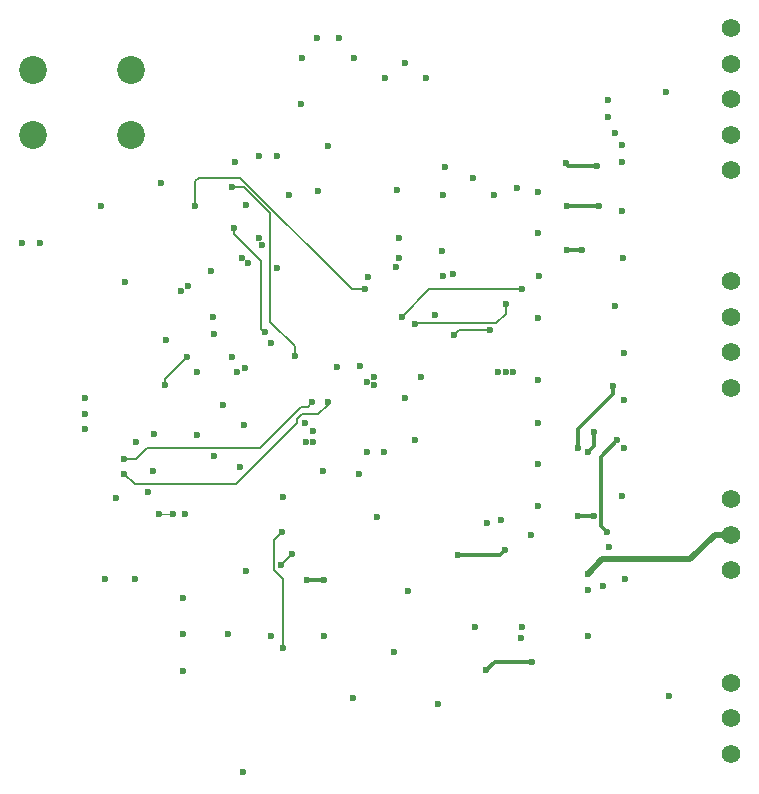
<source format=gbr>
%TF.GenerationSoftware,KiCad,Pcbnew,9.0.6*%
%TF.CreationDate,2026-02-16T15:04:55+01:00*%
%TF.ProjectId,WaterSensor,57617465-7253-4656-9e73-6f722e6b6963,rev?*%
%TF.SameCoordinates,Original*%
%TF.FileFunction,Copper,L4,Bot*%
%TF.FilePolarity,Positive*%
%FSLAX46Y46*%
G04 Gerber Fmt 4.6, Leading zero omitted, Abs format (unit mm)*
G04 Created by KiCad (PCBNEW 9.0.6) date 2026-02-16 15:04:55*
%MOMM*%
%LPD*%
G01*
G04 APERTURE LIST*
%TA.AperFunction,ComponentPad*%
%ADD10C,2.362200*%
%TD*%
%TA.AperFunction,ComponentPad*%
%ADD11C,1.574800*%
%TD*%
%TA.AperFunction,ViaPad*%
%ADD12C,0.600000*%
%TD*%
%TA.AperFunction,Conductor*%
%ADD13C,0.200000*%
%TD*%
%TA.AperFunction,Conductor*%
%ADD14C,0.100000*%
%TD*%
%TA.AperFunction,Conductor*%
%ADD15C,0.500000*%
%TD*%
%TA.AperFunction,Conductor*%
%ADD16C,0.300000*%
%TD*%
G04 APERTURE END LIST*
D10*
%TO.P,J2,1,Pin_1*%
%TO.N,GND*%
X116700000Y-86210251D03*
%TO.P,J2,2,Pin_2*%
%TO.N,PS_IN*%
X116700000Y-91710250D03*
%TD*%
D11*
%TO.P,J7,1,Pin_1*%
%TO.N,/DAC_PROT&SWITCH/BLKA_PWR*%
X167500000Y-138100000D03*
%TO.P,J7,2,Pin_2*%
%TO.N,/DAC_PROT&SWITCH/GW_DAC_IN_A*%
X167500000Y-141099999D03*
%TO.P,J7,3,Pin_3*%
%TO.N,/DAC_PROT&SWITCH/FW_DAC_IN_A*%
X167500000Y-144099998D03*
%TD*%
%TO.P,J5,1,Pin_1*%
%TO.N,/BLK-C-Water/+12V_BLK9C-2*%
X167515999Y-104117001D03*
%TO.P,J5,2,Pin_2*%
%TO.N,/BLK-C-Water/+12V_BLK9C-3*%
X167515999Y-107117000D03*
%TO.P,J5,3,Pin_3*%
%TO.N,/BLK-C-Water/+12V_BLK9C-4*%
X167515999Y-110116999D03*
%TO.P,J5,4,Pin_4*%
%TO.N,/BLK-C-Water/+12V_BLK9C-5*%
X167515999Y-113116998D03*
%TD*%
%TO.P,J4,1,Pin_1*%
%TO.N,/BLK-C-Water/BLKC_PWR*%
X167539999Y-82700002D03*
%TO.P,J4,2,Pin_2*%
%TO.N,/BLK-C-Water/+12V_BLK8C-2*%
X167539999Y-85700001D03*
%TO.P,J4,3,Pin_3*%
%TO.N,/BLK-C-Water/+12V_BLK8C-3*%
X167539999Y-88700000D03*
%TO.P,J4,4,Pin_4*%
%TO.N,/BLK-C-Water/+12V_BLK8C-4*%
X167539999Y-91699999D03*
%TO.P,J4,5,Pin_5*%
%TO.N,/BLK-C-Water/+12V_BLK8C-5*%
X167539999Y-94699998D03*
%TD*%
%TO.P,J8,1,Pin_1*%
%TO.N,/DAC_PROT&SWITCH/BLKB_PWR*%
X167539799Y-122560401D03*
%TO.P,J8,2,Pin_2*%
%TO.N,/VIConverter/IoutGW*%
X167539799Y-125560400D03*
%TO.P,J8,3,Pin_3*%
%TO.N,/VIConverter/IoutFW*%
X167539799Y-128560399D03*
%TD*%
D10*
%TO.P,J3,1,Pin_1*%
%TO.N,/LIN_BUS*%
X108439600Y-86189750D03*
%TO.P,J3,2,Pin_2*%
%TO.N,GND*%
X108439600Y-91689749D03*
%TD*%
D12*
%TO.N,GND*%
X116200000Y-104170000D03*
X138173650Y-118569999D03*
X158570000Y-129300000D03*
X151210000Y-119620000D03*
X143040000Y-101550000D03*
X123760000Y-108560000D03*
X133430400Y-92650251D03*
X143160000Y-96830000D03*
X136673650Y-118599999D03*
X136750000Y-103750000D03*
X114530000Y-129300000D03*
X108980000Y-100900000D03*
X162280000Y-139210000D03*
X137500000Y-124090000D03*
X139010000Y-135510000D03*
X149070000Y-111790000D03*
X140180000Y-130340000D03*
X122272000Y-111809000D03*
X142483000Y-107004000D03*
X141680000Y-86860000D03*
X114190000Y-97700000D03*
X126430000Y-97620000D03*
X145840000Y-133410000D03*
X117150000Y-117710000D03*
X120910000Y-104960000D03*
X132470400Y-83550251D03*
X142670000Y-139930000D03*
X151200000Y-100050000D03*
X132140000Y-116770000D03*
X123773000Y-118925000D03*
X151210000Y-123120000D03*
X129070000Y-103010000D03*
X107450000Y-100910000D03*
X119650000Y-109100000D03*
X125964000Y-119794000D03*
X131230400Y-85200251D03*
X135630400Y-85200251D03*
X125540000Y-93970000D03*
X121100000Y-133970000D03*
X151200000Y-107200000D03*
X121540000Y-104540000D03*
X151200000Y-112510000D03*
X134178299Y-111402112D03*
X123485000Y-103210000D03*
X118130000Y-121960000D03*
X158260000Y-92600000D03*
X131530000Y-117720000D03*
X134330400Y-83550251D03*
X132160000Y-117730000D03*
X139880000Y-113960000D03*
X136130000Y-111280000D03*
X150620000Y-125620000D03*
X155400000Y-134110000D03*
X139240000Y-96390000D03*
X139360000Y-100430000D03*
X157080000Y-88800000D03*
X133090028Y-134140127D03*
X126470000Y-128600000D03*
X112810000Y-115320000D03*
X148420000Y-111770000D03*
X129566000Y-122394000D03*
X121110000Y-130890000D03*
X121120000Y-137100000D03*
X130050000Y-96830000D03*
X138230000Y-86860251D03*
X151270000Y-103700000D03*
X141300000Y-112200000D03*
X147770000Y-111780000D03*
X133000000Y-120190000D03*
X151200000Y-96510000D03*
X127540000Y-93500000D03*
X135470000Y-139420000D03*
X151200000Y-116110000D03*
X136020000Y-120400000D03*
X119234999Y-95775000D03*
X128555000Y-109304000D03*
X126220000Y-145620000D03*
X129040000Y-93510000D03*
X123650000Y-107110000D03*
X143280000Y-94420000D03*
X112780000Y-116590000D03*
%TO.N,NRST*%
X121480000Y-110550000D03*
X119630000Y-112860000D03*
%TO.N,+5V*%
X124940000Y-133980000D03*
X121305025Y-123855025D03*
X149430000Y-96190000D03*
X128530000Y-134130000D03*
%TO.N,+3.3V*%
X124529975Y-114599975D03*
X126090000Y-102110000D03*
X112785000Y-114020000D03*
X131480000Y-116070000D03*
X125710000Y-111790000D03*
X127810000Y-101030000D03*
X147410000Y-96830000D03*
X145640000Y-95330000D03*
X126620000Y-102590000D03*
X125290000Y-110560000D03*
X132520000Y-96430000D03*
X139380675Y-102140195D03*
X117010000Y-129320000D03*
X122295000Y-117160000D03*
X126355785Y-111452785D03*
X143110000Y-103670000D03*
X140753650Y-117589999D03*
X137250000Y-112180000D03*
X143960000Y-103460000D03*
X137300000Y-112870000D03*
X118615000Y-120140000D03*
X127530000Y-100440000D03*
X136710000Y-112680000D03*
X126270000Y-116270000D03*
X118625000Y-117010000D03*
X139170000Y-102860000D03*
%TO.N,PS_RAW*%
X155400000Y-130270000D03*
X148060000Y-124340000D03*
X146890000Y-124580000D03*
X131120000Y-89110000D03*
X162040000Y-88080000D03*
X156640000Y-129910000D03*
X149690000Y-134340000D03*
X149800000Y-133410000D03*
%TO.N,Vdrive*%
X139940000Y-85590000D03*
X115450000Y-122500000D03*
%TO.N,USART1_TX*%
X116140000Y-119170000D03*
X132030000Y-114370000D03*
%TO.N,USART1_RX*%
X116140000Y-120400000D03*
X133350000Y-114320000D03*
%TO.N,/USB_D-*%
X119098300Y-123830000D03*
X120298300Y-123830000D03*
%TO.N,/VIConverter/IoutGW*%
X155380000Y-128860000D03*
%TO.N,Net-(Q1-C)*%
X154854000Y-101420000D03*
X153600000Y-101420000D03*
%TO.N,Net-(Q2-C)*%
X156331000Y-97763000D03*
X153650000Y-97770000D03*
%TO.N,Net-(Q3-C)*%
X153550000Y-94130000D03*
X156165000Y-94310000D03*
%TO.N,Net-(Q5-C)*%
X154590000Y-118189000D03*
X157520000Y-112970000D03*
%TO.N,Net-(Q6-C)*%
X157040000Y-125350000D03*
X157897851Y-117585421D03*
%TO.N,Net-(Q7-C)*%
X154564000Y-123969000D03*
X155882000Y-123988000D03*
%TO.N,Net-(Q8-C)*%
X155420000Y-118530000D03*
X155871000Y-116871000D03*
%TO.N,+12V*%
X158270000Y-98140000D03*
X158380000Y-102160000D03*
X158310000Y-122300000D03*
X157660000Y-91530000D03*
X157200000Y-126630000D03*
X158280000Y-93980000D03*
X158410000Y-114180000D03*
X158410000Y-118200000D03*
X157080000Y-90180000D03*
X157730000Y-106180000D03*
X158410000Y-110200000D03*
%TO.N,FW_DAC_IN_B*%
X133090000Y-129430000D03*
X131620999Y-129430000D03*
%TO.N,Out1*%
X150700000Y-136310000D03*
X146810000Y-137030000D03*
%TO.N,O2Out1*%
X144404201Y-127295112D03*
X148380000Y-126830000D03*
%TO.N,IN_B*%
X130350000Y-127200000D03*
X129410000Y-128140000D03*
%TO.N,BLKC_SEL_B*%
X148420000Y-106050000D03*
X140721000Y-107750000D03*
%TO.N,BLKC_SEL_C*%
X139628500Y-107111500D03*
X149780000Y-104780000D03*
%TO.N,USART2_TX*%
X128015000Y-108437000D03*
X125470000Y-99580000D03*
%TO.N,EN_LIN*%
X122170000Y-97700000D03*
X136530000Y-104750000D03*
%TO.N,IN_A*%
X129470000Y-125330000D03*
X129560000Y-135200000D03*
%TO.N,USART2_RX*%
X125234999Y-96115000D03*
X130560000Y-110410000D03*
%TO.N,BLKC_SEL_A*%
X147080000Y-108250000D03*
X144072000Y-108658000D03*
%TD*%
D13*
%TO.N,NRST*%
X119630000Y-112860000D02*
X119630000Y-112400000D01*
X119630000Y-112400000D02*
X121480000Y-110550000D01*
%TO.N,USART1_TX*%
X127600000Y-118200000D02*
X118089000Y-118200000D01*
X118089000Y-118200000D02*
X117119000Y-119170000D01*
X132030000Y-114370000D02*
X131680000Y-114720000D01*
X117119000Y-119170000D02*
X116140000Y-119170000D01*
X131680000Y-114720000D02*
X131080000Y-114720000D01*
X131080000Y-114720000D02*
X127600000Y-118200000D01*
%TO.N,USART1_RX*%
X125578521Y-121270000D02*
X117010000Y-121270000D01*
X133350000Y-114320000D02*
X133350000Y-114600000D01*
X131770364Y-115369000D02*
X131189636Y-115369000D01*
X133350000Y-114320000D02*
X133220000Y-114450000D01*
X132581000Y-115369000D02*
X131770364Y-115369000D01*
X130779000Y-115779636D02*
X130779000Y-116069521D01*
X131189636Y-115369000D02*
X130779000Y-115779636D01*
X133350000Y-114600000D02*
X132581000Y-115369000D01*
X117010000Y-121270000D02*
X116140000Y-120400000D01*
X130779000Y-116069521D02*
X125578521Y-121270000D01*
D14*
%TO.N,/USB_D-*%
X120298300Y-123830000D02*
X119098300Y-123830000D01*
D15*
%TO.N,/VIConverter/IoutGW*%
X166159600Y-125560400D02*
X167539799Y-125560400D01*
X164060000Y-127660000D02*
X166159600Y-125560400D01*
X156580000Y-127660000D02*
X164060000Y-127660000D01*
X155380000Y-128860000D02*
X156580000Y-127660000D01*
D16*
%TO.N,Net-(Q1-C)*%
X154854000Y-101420000D02*
X153600000Y-101420000D01*
%TO.N,Net-(Q2-C)*%
X156324000Y-97770000D02*
X156331000Y-97763000D01*
X153650000Y-97770000D02*
X156324000Y-97770000D01*
%TO.N,Net-(Q3-C)*%
X156165000Y-94310000D02*
X153730000Y-94310000D01*
X153730000Y-94310000D02*
X153550000Y-94130000D01*
%TO.N,Net-(Q5-C)*%
X154590000Y-118189000D02*
X154590000Y-116590000D01*
X157520000Y-113660000D02*
X157520000Y-112970000D01*
X154590000Y-116590000D02*
X157520000Y-113660000D01*
%TO.N,Net-(Q6-C)*%
X156496000Y-124806000D02*
X156496000Y-118987272D01*
X156496000Y-118987272D02*
X157897851Y-117585421D01*
X157040000Y-125350000D02*
X156496000Y-124806000D01*
%TO.N,Net-(Q7-C)*%
X154564000Y-123969000D02*
X154583000Y-123988000D01*
X154583000Y-123988000D02*
X155882000Y-123988000D01*
%TO.N,Net-(Q8-C)*%
X155871000Y-116871000D02*
X155871000Y-118079000D01*
X155871000Y-118079000D02*
X155420000Y-118530000D01*
%TO.N,FW_DAC_IN_B*%
X133090000Y-129430000D02*
X131620999Y-129430000D01*
%TO.N,Out1*%
X147530000Y-136310000D02*
X146810000Y-137030000D01*
X150700000Y-136310000D02*
X147530000Y-136310000D01*
%TO.N,O2Out1*%
X144404201Y-127295112D02*
X147914888Y-127295112D01*
X147914888Y-127295112D02*
X148380000Y-126830000D01*
D13*
%TO.N,IN_B*%
X129410000Y-128140000D02*
X130350000Y-127200000D01*
%TO.N,BLKC_SEL_B*%
X148420000Y-106848521D02*
X148420000Y-106050000D01*
X147632521Y-107636000D02*
X148420000Y-106848521D01*
X140835000Y-107636000D02*
X147632521Y-107636000D01*
X140721000Y-107750000D02*
X140835000Y-107636000D01*
%TO.N,BLKC_SEL_C*%
X139628500Y-107111500D02*
X141960000Y-104780000D01*
X141960000Y-104780000D02*
X149780000Y-104780000D01*
%TO.N,USART2_TX*%
X127730000Y-108152000D02*
X127730000Y-102370000D01*
X125470000Y-100110000D02*
X125470000Y-99580000D01*
X128015000Y-108437000D02*
X127730000Y-108152000D01*
X127730000Y-102370000D02*
X125470000Y-100110000D01*
%TO.N,EN_LIN*%
X135390000Y-104750000D02*
X125970000Y-95330000D01*
X136530000Y-104750000D02*
X135390000Y-104750000D01*
X122440000Y-95330000D02*
X122170000Y-95600000D01*
X122170000Y-95600000D02*
X122170000Y-97700000D01*
X125970000Y-95330000D02*
X122440000Y-95330000D01*
%TO.N,IN_A*%
X129550000Y-129310000D02*
X128809000Y-128569000D01*
X129550000Y-135190000D02*
X129550000Y-129310000D01*
X128809000Y-128569000D02*
X128809000Y-125991000D01*
X128809000Y-125991000D02*
X129470000Y-125330000D01*
X129560000Y-135200000D02*
X129550000Y-135190000D01*
%TO.N,USART2_RX*%
X125239999Y-96110000D02*
X125234999Y-96115000D01*
X130560000Y-109620000D02*
X128511000Y-107571000D01*
X128511000Y-98311000D02*
X126310000Y-96110000D01*
X130560000Y-110410000D02*
X130560000Y-109620000D01*
X128511000Y-107571000D02*
X128511000Y-98311000D01*
X126310000Y-96110000D02*
X125239999Y-96110000D01*
%TO.N,BLKC_SEL_A*%
X144480000Y-108250000D02*
X144072000Y-108658000D01*
X147080000Y-108250000D02*
X144480000Y-108250000D01*
%TD*%
M02*

</source>
